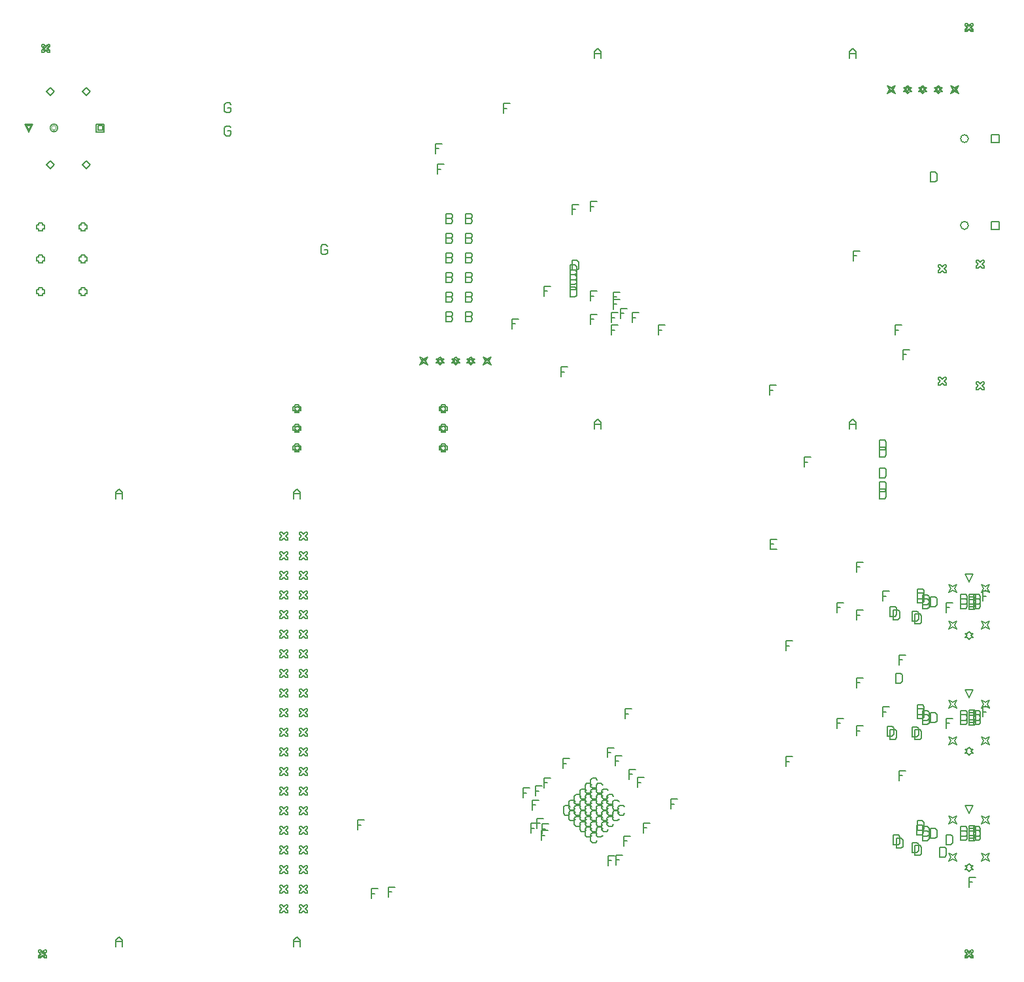
<source format=gbr>
%TF.GenerationSoftware,Altium Limited,Altium Designer,22.2.1 (43)*%
G04 Layer_Color=2752767*
%FSLAX26Y26*%
%MOIN*%
%TF.SameCoordinates,92DA24ED-A250-4A13-B4DD-B7D196A9CFE6*%
%TF.FilePolarity,Positive*%
%TF.FileFunction,Drawing*%
%TF.Part,Single*%
G01*
G75*
%TA.AperFunction,NonConductor*%
%ADD201C,0.005000*%
%ADD202C,0.006667*%
%ADD203C,0.004000*%
D201*
X6019370Y4876850D02*
Y4916850D01*
X6059370D01*
Y4876850D01*
X6019370D01*
Y5319370D02*
Y5359370D01*
X6059370D01*
Y5319370D01*
X6019370D01*
X5905512Y3080394D02*
X5885512Y3120394D01*
X5925512D01*
X5905512Y3080394D01*
Y2785118D02*
X5915512Y2795118D01*
X5925512D01*
X5915512Y2805118D01*
X5925512Y2815118D01*
X5915512D01*
X5905512Y2825118D01*
X5895512Y2815118D01*
X5885512D01*
X5895512Y2805118D01*
X5885512Y2795118D01*
X5895512D01*
X5905512Y2785118D01*
X5800866Y2838268D02*
X5810866Y2858268D01*
X5800866Y2878268D01*
X5820866Y2868268D01*
X5840866Y2878268D01*
X5830866Y2858268D01*
X5840866Y2838268D01*
X5820866Y2848268D01*
X5800866Y2838268D01*
Y3027244D02*
X5810866Y3047244D01*
X5800866Y3067244D01*
X5820866Y3057244D01*
X5840866Y3067244D01*
X5830866Y3047244D01*
X5840866Y3027244D01*
X5820866Y3037244D01*
X5800866Y3027244D01*
X5970158D02*
X5980158Y3047244D01*
X5970158Y3067244D01*
X5990158Y3057244D01*
X6010158Y3067244D01*
X6000158Y3047244D01*
X6010158Y3027244D01*
X5990158Y3037244D01*
X5970158Y3027244D01*
Y2838268D02*
X5980158Y2858268D01*
X5970158Y2878268D01*
X5990158Y2868268D01*
X6010158Y2878268D01*
X6000158Y2858268D01*
X6010158Y2838268D01*
X5990158Y2848268D01*
X5970158Y2838268D01*
X1377795Y4879764D02*
Y4869764D01*
X1397795D01*
Y4879764D01*
X1407795D01*
Y4899764D01*
X1397795D01*
Y4909764D01*
X1377795D01*
Y4899764D01*
X1367795D01*
Y4879764D01*
X1377795D01*
Y4714409D02*
Y4704409D01*
X1397795D01*
Y4714409D01*
X1407795D01*
Y4734409D01*
X1397795D01*
Y4744409D01*
X1377795D01*
Y4734409D01*
X1367795D01*
Y4714409D01*
X1377795D01*
Y4549055D02*
Y4539055D01*
X1397795D01*
Y4549055D01*
X1407795D01*
Y4569055D01*
X1397795D01*
Y4579055D01*
X1377795D01*
Y4569055D01*
X1367795D01*
Y4549055D01*
X1377795D01*
X1161260Y4879764D02*
Y4869764D01*
X1181260D01*
Y4879764D01*
X1191260D01*
Y4899764D01*
X1181260D01*
Y4909764D01*
X1161260D01*
Y4899764D01*
X1151260D01*
Y4879764D01*
X1161260D01*
Y4714409D02*
Y4704409D01*
X1181260D01*
Y4714409D01*
X1191260D01*
Y4734409D01*
X1181260D01*
Y4744409D01*
X1161260D01*
Y4734409D01*
X1151260D01*
Y4714409D01*
X1161260D01*
Y4549055D02*
Y4539055D01*
X1181260D01*
Y4549055D01*
X1191260D01*
Y4569055D01*
X1181260D01*
Y4579055D01*
X1161260D01*
Y4569055D01*
X1151260D01*
Y4549055D01*
X1161260D01*
X2490866Y1392205D02*
X2500866D01*
X2510866Y1402205D01*
X2520866Y1392205D01*
X2530866D01*
Y1402205D01*
X2520866Y1412205D01*
X2530866Y1422205D01*
Y1432205D01*
X2520866D01*
X2510866Y1422205D01*
X2500866Y1432205D01*
X2490866D01*
Y1422205D01*
X2500866Y1412205D01*
X2490866Y1402205D01*
Y1392205D01*
X2390866D02*
X2400866D01*
X2410866Y1402205D01*
X2420866Y1392205D01*
X2430866D01*
Y1402205D01*
X2420866Y1412205D01*
X2430866Y1422205D01*
Y1432205D01*
X2420866D01*
X2410866Y1422205D01*
X2400866Y1432205D01*
X2390866D01*
Y1422205D01*
X2400866Y1412205D01*
X2390866Y1402205D01*
Y1392205D01*
X2490866Y1492205D02*
X2500866D01*
X2510866Y1502205D01*
X2520866Y1492205D01*
X2530866D01*
Y1502205D01*
X2520866Y1512205D01*
X2530866Y1522205D01*
Y1532205D01*
X2520866D01*
X2510866Y1522205D01*
X2500866Y1532205D01*
X2490866D01*
Y1522205D01*
X2500866Y1512205D01*
X2490866Y1502205D01*
Y1492205D01*
X2390866D02*
X2400866D01*
X2410866Y1502205D01*
X2420866Y1492205D01*
X2430866D01*
Y1502205D01*
X2420866Y1512205D01*
X2430866Y1522205D01*
Y1532205D01*
X2420866D01*
X2410866Y1522205D01*
X2400866Y1532205D01*
X2390866D01*
Y1522205D01*
X2400866Y1512205D01*
X2390866Y1502205D01*
Y1492205D01*
X2490866Y1592205D02*
X2500866D01*
X2510866Y1602205D01*
X2520866Y1592205D01*
X2530866D01*
Y1602205D01*
X2520866Y1612205D01*
X2530866Y1622205D01*
Y1632205D01*
X2520866D01*
X2510866Y1622205D01*
X2500866Y1632205D01*
X2490866D01*
Y1622205D01*
X2500866Y1612205D01*
X2490866Y1602205D01*
Y1592205D01*
X2390866D02*
X2400866D01*
X2410866Y1602205D01*
X2420866Y1592205D01*
X2430866D01*
Y1602205D01*
X2420866Y1612205D01*
X2430866Y1622205D01*
Y1632205D01*
X2420866D01*
X2410866Y1622205D01*
X2400866Y1632205D01*
X2390866D01*
Y1622205D01*
X2400866Y1612205D01*
X2390866Y1602205D01*
Y1592205D01*
X2490866Y1692205D02*
X2500866D01*
X2510866Y1702205D01*
X2520866Y1692205D01*
X2530866D01*
Y1702205D01*
X2520866Y1712205D01*
X2530866Y1722205D01*
Y1732205D01*
X2520866D01*
X2510866Y1722205D01*
X2500866Y1732205D01*
X2490866D01*
Y1722205D01*
X2500866Y1712205D01*
X2490866Y1702205D01*
Y1692205D01*
X2390866D02*
X2400866D01*
X2410866Y1702205D01*
X2420866Y1692205D01*
X2430866D01*
Y1702205D01*
X2420866Y1712205D01*
X2430866Y1722205D01*
Y1732205D01*
X2420866D01*
X2410866Y1722205D01*
X2400866Y1732205D01*
X2390866D01*
Y1722205D01*
X2400866Y1712205D01*
X2390866Y1702205D01*
Y1692205D01*
X2490866Y1792205D02*
X2500866D01*
X2510866Y1802205D01*
X2520866Y1792205D01*
X2530866D01*
Y1802205D01*
X2520866Y1812205D01*
X2530866Y1822205D01*
Y1832205D01*
X2520866D01*
X2510866Y1822205D01*
X2500866Y1832205D01*
X2490866D01*
Y1822205D01*
X2500866Y1812205D01*
X2490866Y1802205D01*
Y1792205D01*
X2390866D02*
X2400866D01*
X2410866Y1802205D01*
X2420866Y1792205D01*
X2430866D01*
Y1802205D01*
X2420866Y1812205D01*
X2430866Y1822205D01*
Y1832205D01*
X2420866D01*
X2410866Y1822205D01*
X2400866Y1832205D01*
X2390866D01*
Y1822205D01*
X2400866Y1812205D01*
X2390866Y1802205D01*
Y1792205D01*
X2490866Y1892205D02*
X2500866D01*
X2510866Y1902205D01*
X2520866Y1892205D01*
X2530866D01*
Y1902205D01*
X2520866Y1912205D01*
X2530866Y1922205D01*
Y1932205D01*
X2520866D01*
X2510866Y1922205D01*
X2500866Y1932205D01*
X2490866D01*
Y1922205D01*
X2500866Y1912205D01*
X2490866Y1902205D01*
Y1892205D01*
X2390866D02*
X2400866D01*
X2410866Y1902205D01*
X2420866Y1892205D01*
X2430866D01*
Y1902205D01*
X2420866Y1912205D01*
X2430866Y1922205D01*
Y1932205D01*
X2420866D01*
X2410866Y1922205D01*
X2400866Y1932205D01*
X2390866D01*
Y1922205D01*
X2400866Y1912205D01*
X2390866Y1902205D01*
Y1892205D01*
X2490866Y1992205D02*
X2500866D01*
X2510866Y2002205D01*
X2520866Y1992205D01*
X2530866D01*
Y2002205D01*
X2520866Y2012205D01*
X2530866Y2022205D01*
Y2032205D01*
X2520866D01*
X2510866Y2022205D01*
X2500866Y2032205D01*
X2490866D01*
Y2022205D01*
X2500866Y2012205D01*
X2490866Y2002205D01*
Y1992205D01*
X2390866D02*
X2400866D01*
X2410866Y2002205D01*
X2420866Y1992205D01*
X2430866D01*
Y2002205D01*
X2420866Y2012205D01*
X2430866Y2022205D01*
Y2032205D01*
X2420866D01*
X2410866Y2022205D01*
X2400866Y2032205D01*
X2390866D01*
Y2022205D01*
X2400866Y2012205D01*
X2390866Y2002205D01*
Y1992205D01*
X2490866Y2092205D02*
X2500866D01*
X2510866Y2102205D01*
X2520866Y2092205D01*
X2530866D01*
Y2102205D01*
X2520866Y2112205D01*
X2530866Y2122205D01*
Y2132205D01*
X2520866D01*
X2510866Y2122205D01*
X2500866Y2132205D01*
X2490866D01*
Y2122205D01*
X2500866Y2112205D01*
X2490866Y2102205D01*
Y2092205D01*
X2390866D02*
X2400866D01*
X2410866Y2102205D01*
X2420866Y2092205D01*
X2430866D01*
Y2102205D01*
X2420866Y2112205D01*
X2430866Y2122205D01*
Y2132205D01*
X2420866D01*
X2410866Y2122205D01*
X2400866Y2132205D01*
X2390866D01*
Y2122205D01*
X2400866Y2112205D01*
X2390866Y2102205D01*
Y2092205D01*
X2490866Y2192205D02*
X2500866D01*
X2510866Y2202205D01*
X2520866Y2192205D01*
X2530866D01*
Y2202205D01*
X2520866Y2212205D01*
X2530866Y2222205D01*
Y2232205D01*
X2520866D01*
X2510866Y2222205D01*
X2500866Y2232205D01*
X2490866D01*
Y2222205D01*
X2500866Y2212205D01*
X2490866Y2202205D01*
Y2192205D01*
X2390866D02*
X2400866D01*
X2410866Y2202205D01*
X2420866Y2192205D01*
X2430866D01*
Y2202205D01*
X2420866Y2212205D01*
X2430866Y2222205D01*
Y2232205D01*
X2420866D01*
X2410866Y2222205D01*
X2400866Y2232205D01*
X2390866D01*
Y2222205D01*
X2400866Y2212205D01*
X2390866Y2202205D01*
Y2192205D01*
X2490866Y2292205D02*
X2500866D01*
X2510866Y2302205D01*
X2520866Y2292205D01*
X2530866D01*
Y2302205D01*
X2520866Y2312205D01*
X2530866Y2322205D01*
Y2332205D01*
X2520866D01*
X2510866Y2322205D01*
X2500866Y2332205D01*
X2490866D01*
Y2322205D01*
X2500866Y2312205D01*
X2490866Y2302205D01*
Y2292205D01*
X2390866D02*
X2400866D01*
X2410866Y2302205D01*
X2420866Y2292205D01*
X2430866D01*
Y2302205D01*
X2420866Y2312205D01*
X2430866Y2322205D01*
Y2332205D01*
X2420866D01*
X2410866Y2322205D01*
X2400866Y2332205D01*
X2390866D01*
Y2322205D01*
X2400866Y2312205D01*
X2390866Y2302205D01*
Y2292205D01*
X2490866Y2392205D02*
X2500866D01*
X2510866Y2402205D01*
X2520866Y2392205D01*
X2530866D01*
Y2402205D01*
X2520866Y2412205D01*
X2530866Y2422205D01*
Y2432205D01*
X2520866D01*
X2510866Y2422205D01*
X2500866Y2432205D01*
X2490866D01*
Y2422205D01*
X2500866Y2412205D01*
X2490866Y2402205D01*
Y2392205D01*
X2390866D02*
X2400866D01*
X2410866Y2402205D01*
X2420866Y2392205D01*
X2430866D01*
Y2402205D01*
X2420866Y2412205D01*
X2430866Y2422205D01*
Y2432205D01*
X2420866D01*
X2410866Y2422205D01*
X2400866Y2432205D01*
X2390866D01*
Y2422205D01*
X2400866Y2412205D01*
X2390866Y2402205D01*
Y2392205D01*
X2490866Y2492205D02*
X2500866D01*
X2510866Y2502205D01*
X2520866Y2492205D01*
X2530866D01*
Y2502205D01*
X2520866Y2512205D01*
X2530866Y2522205D01*
Y2532205D01*
X2520866D01*
X2510866Y2522205D01*
X2500866Y2532205D01*
X2490866D01*
Y2522205D01*
X2500866Y2512205D01*
X2490866Y2502205D01*
Y2492205D01*
X2390866D02*
X2400866D01*
X2410866Y2502205D01*
X2420866Y2492205D01*
X2430866D01*
Y2502205D01*
X2420866Y2512205D01*
X2430866Y2522205D01*
Y2532205D01*
X2420866D01*
X2410866Y2522205D01*
X2400866Y2532205D01*
X2390866D01*
Y2522205D01*
X2400866Y2512205D01*
X2390866Y2502205D01*
Y2492205D01*
X2490866Y2592205D02*
X2500866D01*
X2510866Y2602205D01*
X2520866Y2592205D01*
X2530866D01*
Y2602205D01*
X2520866Y2612205D01*
X2530866Y2622205D01*
Y2632205D01*
X2520866D01*
X2510866Y2622205D01*
X2500866Y2632205D01*
X2490866D01*
Y2622205D01*
X2500866Y2612205D01*
X2490866Y2602205D01*
Y2592205D01*
X2390866D02*
X2400866D01*
X2410866Y2602205D01*
X2420866Y2592205D01*
X2430866D01*
Y2602205D01*
X2420866Y2612205D01*
X2430866Y2622205D01*
Y2632205D01*
X2420866D01*
X2410866Y2622205D01*
X2400866Y2632205D01*
X2390866D01*
Y2622205D01*
X2400866Y2612205D01*
X2390866Y2602205D01*
Y2592205D01*
X2490866Y2692205D02*
X2500866D01*
X2510866Y2702205D01*
X2520866Y2692205D01*
X2530866D01*
Y2702205D01*
X2520866Y2712205D01*
X2530866Y2722205D01*
Y2732205D01*
X2520866D01*
X2510866Y2722205D01*
X2500866Y2732205D01*
X2490866D01*
Y2722205D01*
X2500866Y2712205D01*
X2490866Y2702205D01*
Y2692205D01*
X2390866D02*
X2400866D01*
X2410866Y2702205D01*
X2420866Y2692205D01*
X2430866D01*
Y2702205D01*
X2420866Y2712205D01*
X2430866Y2722205D01*
Y2732205D01*
X2420866D01*
X2410866Y2722205D01*
X2400866Y2732205D01*
X2390866D01*
Y2722205D01*
X2400866Y2712205D01*
X2390866Y2702205D01*
Y2692205D01*
X2490866Y2792205D02*
X2500866D01*
X2510866Y2802205D01*
X2520866Y2792205D01*
X2530866D01*
Y2802205D01*
X2520866Y2812205D01*
X2530866Y2822205D01*
Y2832205D01*
X2520866D01*
X2510866Y2822205D01*
X2500866Y2832205D01*
X2490866D01*
Y2822205D01*
X2500866Y2812205D01*
X2490866Y2802205D01*
Y2792205D01*
X2390866D02*
X2400866D01*
X2410866Y2802205D01*
X2420866Y2792205D01*
X2430866D01*
Y2802205D01*
X2420866Y2812205D01*
X2430866Y2822205D01*
Y2832205D01*
X2420866D01*
X2410866Y2822205D01*
X2400866Y2832205D01*
X2390866D01*
Y2822205D01*
X2400866Y2812205D01*
X2390866Y2802205D01*
Y2792205D01*
X2490866Y2892205D02*
X2500866D01*
X2510866Y2902205D01*
X2520866Y2892205D01*
X2530866D01*
Y2902205D01*
X2520866Y2912205D01*
X2530866Y2922205D01*
Y2932205D01*
X2520866D01*
X2510866Y2922205D01*
X2500866Y2932205D01*
X2490866D01*
Y2922205D01*
X2500866Y2912205D01*
X2490866Y2902205D01*
Y2892205D01*
X2390866D02*
X2400866D01*
X2410866Y2902205D01*
X2420866Y2892205D01*
X2430866D01*
Y2902205D01*
X2420866Y2912205D01*
X2430866Y2922205D01*
Y2932205D01*
X2420866D01*
X2410866Y2922205D01*
X2400866Y2932205D01*
X2390866D01*
Y2922205D01*
X2400866Y2912205D01*
X2390866Y2902205D01*
Y2892205D01*
X2490866Y2992205D02*
X2500866D01*
X2510866Y3002205D01*
X2520866Y2992205D01*
X2530866D01*
Y3002205D01*
X2520866Y3012205D01*
X2530866Y3022205D01*
Y3032205D01*
X2520866D01*
X2510866Y3022205D01*
X2500866Y3032205D01*
X2490866D01*
Y3022205D01*
X2500866Y3012205D01*
X2490866Y3002205D01*
Y2992205D01*
X2390866D02*
X2400866D01*
X2410866Y3002205D01*
X2420866Y2992205D01*
X2430866D01*
Y3002205D01*
X2420866Y3012205D01*
X2430866Y3022205D01*
Y3032205D01*
X2420866D01*
X2410866Y3022205D01*
X2400866Y3032205D01*
X2390866D01*
Y3022205D01*
X2400866Y3012205D01*
X2390866Y3002205D01*
Y2992205D01*
X2490866Y3092205D02*
X2500866D01*
X2510866Y3102205D01*
X2520866Y3092205D01*
X2530866D01*
Y3102205D01*
X2520866Y3112205D01*
X2530866Y3122205D01*
Y3132205D01*
X2520866D01*
X2510866Y3122205D01*
X2500866Y3132205D01*
X2490866D01*
Y3122205D01*
X2500866Y3112205D01*
X2490866Y3102205D01*
Y3092205D01*
X2390866D02*
X2400866D01*
X2410866Y3102205D01*
X2420866Y3092205D01*
X2430866D01*
Y3102205D01*
X2420866Y3112205D01*
X2430866Y3122205D01*
Y3132205D01*
X2420866D01*
X2410866Y3122205D01*
X2400866Y3132205D01*
X2390866D01*
Y3122205D01*
X2400866Y3112205D01*
X2390866Y3102205D01*
Y3092205D01*
X2490866Y3192205D02*
X2500866D01*
X2510866Y3202205D01*
X2520866Y3192205D01*
X2530866D01*
Y3202205D01*
X2520866Y3212205D01*
X2530866Y3222205D01*
Y3232205D01*
X2520866D01*
X2510866Y3222205D01*
X2500866Y3232205D01*
X2490866D01*
Y3222205D01*
X2500866Y3212205D01*
X2490866Y3202205D01*
Y3192205D01*
X2390866D02*
X2400866D01*
X2410866Y3202205D01*
X2420866Y3192205D01*
X2430866D01*
Y3202205D01*
X2420866Y3212205D01*
X2430866Y3222205D01*
Y3232205D01*
X2420866D01*
X2410866Y3222205D01*
X2400866Y3232205D01*
X2390866D01*
Y3222205D01*
X2400866Y3212205D01*
X2390866Y3202205D01*
Y3192205D01*
X2490866Y3292205D02*
X2500866D01*
X2510866Y3302205D01*
X2520866Y3292205D01*
X2530866D01*
Y3302205D01*
X2520866Y3312205D01*
X2530866Y3322205D01*
Y3332205D01*
X2520866D01*
X2510866Y3322205D01*
X2500866Y3332205D01*
X2490866D01*
Y3322205D01*
X2500866Y3312205D01*
X2490866Y3302205D01*
Y3292205D01*
X2390866D02*
X2400866D01*
X2410866Y3302205D01*
X2420866Y3292205D01*
X2430866D01*
Y3302205D01*
X2420866Y3312205D01*
X2430866Y3322205D01*
Y3332205D01*
X2420866D01*
X2410866Y3322205D01*
X2400866Y3332205D01*
X2390866D01*
Y3322205D01*
X2400866Y3312205D01*
X2390866Y3302205D01*
Y3292205D01*
X1385512Y5206693D02*
X1405512Y5226693D01*
X1425512Y5206693D01*
X1405512Y5186693D01*
X1385512Y5206693D01*
Y5580709D02*
X1405512Y5600709D01*
X1425512Y5580709D01*
X1405512Y5560709D01*
X1385512Y5580709D01*
X1456378Y5373701D02*
Y5413701D01*
X1496378D01*
Y5373701D01*
X1456378D01*
X1464378Y5381701D02*
Y5405701D01*
X1488378D01*
Y5381701D01*
X1464378D01*
X1112205Y5373701D02*
X1092205Y5413701D01*
X1132205D01*
X1112205Y5373701D01*
Y5381701D02*
X1100205Y5405701D01*
X1124205D01*
X1112205Y5381701D01*
X1200472Y5580709D02*
X1220472Y5600709D01*
X1240472Y5580709D01*
X1220472Y5560709D01*
X1200472Y5580709D01*
Y5206693D02*
X1220472Y5226693D01*
X1240472Y5206693D01*
X1220472Y5186693D01*
X1200472Y5206693D01*
X5748032Y5570551D02*
X5758032Y5580551D01*
X5768032D01*
X5758032Y5590551D01*
X5768032Y5600551D01*
X5758032D01*
X5748032Y5610551D01*
X5738032Y5600551D01*
X5728032D01*
X5738032Y5590551D01*
X5728032Y5580551D01*
X5738032D01*
X5748032Y5570551D01*
Y5578551D02*
X5754032Y5584551D01*
X5760032D01*
X5754032Y5590551D01*
X5760032Y5596551D01*
X5754032D01*
X5748032Y5602551D01*
X5742032Y5596551D01*
X5736032D01*
X5742032Y5590551D01*
X5736032Y5584551D01*
X5742032D01*
X5748032Y5578551D01*
X5669291Y5570551D02*
X5679291Y5580551D01*
X5689291D01*
X5679291Y5590551D01*
X5689291Y5600551D01*
X5679291D01*
X5669291Y5610551D01*
X5659291Y5600551D01*
X5649291D01*
X5659291Y5590551D01*
X5649291Y5580551D01*
X5659291D01*
X5669291Y5570551D01*
Y5578551D02*
X5675291Y5584551D01*
X5681291D01*
X5675291Y5590551D01*
X5681291Y5596551D01*
X5675291D01*
X5669291Y5602551D01*
X5663291Y5596551D01*
X5657291D01*
X5663291Y5590551D01*
X5657291Y5584551D01*
X5663291D01*
X5669291Y5578551D01*
X5590551Y5570551D02*
X5600551Y5580551D01*
X5610551D01*
X5600551Y5590551D01*
X5610551Y5600551D01*
X5600551D01*
X5590551Y5610551D01*
X5580551Y5600551D01*
X5570551D01*
X5580551Y5590551D01*
X5570551Y5580551D01*
X5580551D01*
X5590551Y5570551D01*
Y5578551D02*
X5596551Y5584551D01*
X5602551D01*
X5596551Y5590551D01*
X5602551Y5596551D01*
X5596551D01*
X5590551Y5602551D01*
X5584551Y5596551D01*
X5578551D01*
X5584551Y5590551D01*
X5578551Y5584551D01*
X5584551D01*
X5590551Y5578551D01*
X5487874Y5570551D02*
X5497874Y5590551D01*
X5487874Y5610551D01*
X5507874Y5600551D01*
X5527874Y5610551D01*
X5517874Y5590551D01*
X5527874Y5570551D01*
X5507874Y5580551D01*
X5487874Y5570551D01*
X5495874Y5578551D02*
X5501874Y5590551D01*
X5495874Y5602551D01*
X5507874Y5596551D01*
X5519874Y5602551D01*
X5513874Y5590551D01*
X5519874Y5578551D01*
X5507874Y5584551D01*
X5495874Y5578551D01*
X5810709Y5570551D02*
X5820709Y5590551D01*
X5810709Y5610551D01*
X5830709Y5600551D01*
X5850709Y5610551D01*
X5840709Y5590551D01*
X5850709Y5570551D01*
X5830709Y5580551D01*
X5810709Y5570551D01*
X5818709Y5578551D02*
X5824709Y5590551D01*
X5818709Y5602551D01*
X5830709Y5596551D01*
X5842709Y5602551D01*
X5836709Y5590551D01*
X5842709Y5578551D01*
X5830709Y5584551D01*
X5818709Y5578551D01*
X3214409Y3952205D02*
Y3942205D01*
X3234409D01*
Y3952205D01*
X3244409D01*
Y3972205D01*
X3234409D01*
Y3982205D01*
X3214409D01*
Y3972205D01*
X3204409D01*
Y3952205D01*
X3214409D01*
X3218409Y3956205D02*
Y3950205D01*
X3230409D01*
Y3956205D01*
X3236409D01*
Y3968205D01*
X3230409D01*
Y3974205D01*
X3218409D01*
Y3968205D01*
X3212409D01*
Y3956205D01*
X3218409D01*
X3214409Y3852205D02*
Y3842205D01*
X3234409D01*
Y3852205D01*
X3244409D01*
Y3872205D01*
X3234409D01*
Y3882205D01*
X3214409D01*
Y3872205D01*
X3204409D01*
Y3852205D01*
X3214409D01*
X3218409Y3856205D02*
Y3850205D01*
X3230409D01*
Y3856205D01*
X3236409D01*
Y3868205D01*
X3230409D01*
Y3874205D01*
X3218409D01*
Y3868205D01*
X3212409D01*
Y3856205D01*
X3218409D01*
X3214409Y3752205D02*
Y3742205D01*
X3234409D01*
Y3752205D01*
X3244409D01*
Y3772205D01*
X3234409D01*
Y3782205D01*
X3214409D01*
Y3772205D01*
X3204409D01*
Y3752205D01*
X3214409D01*
X3218409Y3756205D02*
Y3750205D01*
X3230409D01*
Y3756205D01*
X3236409D01*
Y3768205D01*
X3230409D01*
Y3774205D01*
X3218409D01*
Y3768205D01*
X3212409D01*
Y3756205D01*
X3218409D01*
X5885512Y5885512D02*
X5895512D01*
X5905512Y5895512D01*
X5915512Y5885512D01*
X5925512D01*
Y5895512D01*
X5915512Y5905512D01*
X5925512Y5915512D01*
Y5925512D01*
X5915512D01*
X5905512Y5915512D01*
X5895512Y5925512D01*
X5885512D01*
Y5915512D01*
X5895512Y5905512D01*
X5885512Y5895512D01*
Y5885512D01*
X5893512Y5893512D02*
X5899512D01*
X5905512Y5899512D01*
X5911512Y5893512D01*
X5917512D01*
Y5899512D01*
X5911512Y5905512D01*
X5917512Y5911512D01*
Y5917512D01*
X5911512D01*
X5905512Y5911512D01*
X5899512Y5917512D01*
X5893512D01*
Y5911512D01*
X5899512Y5905512D01*
X5893512Y5899512D01*
Y5893512D01*
X5940630Y4060709D02*
X5950630D01*
X5960630Y4070709D01*
X5970630Y4060709D01*
X5980630D01*
Y4070709D01*
X5970630Y4080709D01*
X5980630Y4090709D01*
Y4100709D01*
X5970630D01*
X5960630Y4090709D01*
X5950630Y4100709D01*
X5940630D01*
Y4090709D01*
X5950630Y4080709D01*
X5940630Y4070709D01*
Y4060709D01*
X5747717Y4084331D02*
X5757717D01*
X5767717Y4094331D01*
X5777717Y4084331D01*
X5787717D01*
Y4094331D01*
X5777717Y4104331D01*
X5787717Y4114331D01*
Y4124331D01*
X5777717D01*
X5767717Y4114331D01*
X5757717Y4124331D01*
X5747717D01*
Y4114331D01*
X5757717Y4104331D01*
X5747717Y4094331D01*
Y4084331D01*
X5940630Y4678819D02*
X5950630D01*
X5960630Y4688819D01*
X5970630Y4678819D01*
X5980630D01*
Y4688819D01*
X5970630Y4698819D01*
X5980630Y4708819D01*
Y4718819D01*
X5970630D01*
X5960630Y4708819D01*
X5950630Y4718819D01*
X5940630D01*
Y4708819D01*
X5950630Y4698819D01*
X5940630Y4688819D01*
Y4678819D01*
X5747717Y4655197D02*
X5757717D01*
X5767717Y4665197D01*
X5777717Y4655197D01*
X5787717D01*
Y4665197D01*
X5777717Y4675197D01*
X5787717Y4685197D01*
Y4695197D01*
X5777717D01*
X5767717Y4685197D01*
X5757717Y4695197D01*
X5747717D01*
Y4685197D01*
X5757717Y4675197D01*
X5747717Y4665197D01*
Y4655197D01*
X2460630Y3503937D02*
Y3537260D01*
X2477291Y3553921D01*
X2493952Y3537260D01*
Y3503937D01*
Y3528929D01*
X2460630D01*
X3339961Y4456283D02*
Y4406299D01*
X3364952D01*
X3373283Y4414630D01*
Y4422961D01*
X3364952Y4431291D01*
X3339961D01*
X3364952D01*
X3373283Y4439622D01*
Y4447952D01*
X3364952Y4456283D01*
X3339961D01*
X3239961D02*
Y4406299D01*
X3264952D01*
X3273283Y4414630D01*
Y4422961D01*
X3264952Y4431291D01*
X3239961D01*
X3264952D01*
X3273283Y4439622D01*
Y4447952D01*
X3264952Y4456283D01*
X3239961D01*
X5905512Y1899291D02*
X5885512Y1939291D01*
X5925512D01*
X5905512Y1899291D01*
Y1604016D02*
X5915512Y1614016D01*
X5925512D01*
X5915512Y1624016D01*
X5925512Y1634016D01*
X5915512D01*
X5905512Y1644016D01*
X5895512Y1634016D01*
X5885512D01*
X5895512Y1624016D01*
X5885512Y1614016D01*
X5895512D01*
X5905512Y1604016D01*
X5800866Y1657165D02*
X5810866Y1677165D01*
X5800866Y1697165D01*
X5820866Y1687165D01*
X5840866Y1697165D01*
X5830866Y1677165D01*
X5840866Y1657165D01*
X5820866Y1667165D01*
X5800866Y1657165D01*
Y1846142D02*
X5810866Y1866142D01*
X5800866Y1886142D01*
X5820866Y1876142D01*
X5840866Y1886142D01*
X5830866Y1866142D01*
X5840866Y1846142D01*
X5820866Y1856142D01*
X5800866Y1846142D01*
X5970158D02*
X5980158Y1866142D01*
X5970158Y1886142D01*
X5990158Y1876142D01*
X6010158Y1886142D01*
X6000158Y1866142D01*
X6010158Y1846142D01*
X5990158Y1856142D01*
X5970158Y1846142D01*
Y1657165D02*
X5980158Y1677165D01*
X5970158Y1697165D01*
X5990158Y1687165D01*
X6010158Y1697165D01*
X6000158Y1677165D01*
X6010158Y1657165D01*
X5990158Y1667165D01*
X5970158Y1657165D01*
X5905512Y2489843D02*
X5885512Y2529843D01*
X5925512D01*
X5905512Y2489843D01*
Y2194567D02*
X5915512Y2204567D01*
X5925512D01*
X5915512Y2214567D01*
X5925512Y2224567D01*
X5915512D01*
X5905512Y2234567D01*
X5895512Y2224567D01*
X5885512D01*
X5895512Y2214567D01*
X5885512Y2204567D01*
X5895512D01*
X5905512Y2194567D01*
X5800866Y2247716D02*
X5810866Y2267716D01*
X5800866Y2287716D01*
X5820866Y2277716D01*
X5840866Y2287716D01*
X5830866Y2267716D01*
X5840866Y2247716D01*
X5820866Y2257716D01*
X5800866Y2247716D01*
Y2436693D02*
X5810866Y2456693D01*
X5800866Y2476693D01*
X5820866Y2466693D01*
X5840866Y2476693D01*
X5830866Y2456693D01*
X5840866Y2436693D01*
X5820866Y2446693D01*
X5800866Y2436693D01*
X5970158D02*
X5980158Y2456693D01*
X5970158Y2476693D01*
X5990158Y2466693D01*
X6010158Y2476693D01*
X6000158Y2456693D01*
X6010158Y2436693D01*
X5990158Y2446693D01*
X5970158Y2436693D01*
Y2247716D02*
X5980158Y2267716D01*
X5970158Y2287716D01*
X5990158Y2277716D01*
X6010158Y2287716D01*
X6000158Y2267716D01*
X6010158Y2247716D01*
X5990158Y2257716D01*
X5970158Y2247716D01*
X3339961Y4856283D02*
Y4806299D01*
X3364952D01*
X3373283Y4814630D01*
Y4822961D01*
X3364952Y4831291D01*
X3339961D01*
X3364952D01*
X3373283Y4839622D01*
Y4847952D01*
X3364952Y4856283D01*
X3339961D01*
X3239961D02*
Y4806299D01*
X3264952D01*
X3273283Y4814630D01*
Y4822961D01*
X3264952Y4831291D01*
X3239961D01*
X3264952D01*
X3273283Y4839622D01*
Y4847952D01*
X3264952Y4856283D01*
X3239961D01*
Y4956283D02*
Y4906299D01*
X3264952D01*
X3273283Y4914630D01*
Y4922961D01*
X3264952Y4931291D01*
X3239961D01*
X3264952D01*
X3273283Y4939622D01*
Y4947952D01*
X3264952Y4956283D01*
X3239961D01*
X3339961D02*
Y4906299D01*
X3364952D01*
X3373283Y4914630D01*
Y4922961D01*
X3364952Y4931291D01*
X3339961D01*
X3364952D01*
X3373283Y4939622D01*
Y4947952D01*
X3364952Y4956283D01*
X3339961D01*
Y4756283D02*
Y4706299D01*
X3364952D01*
X3373283Y4714630D01*
Y4722961D01*
X3364952Y4731291D01*
X3339961D01*
X3364952D01*
X3373283Y4739622D01*
Y4747952D01*
X3364952Y4756283D01*
X3339961D01*
X3239961D02*
Y4706299D01*
X3264952D01*
X3273283Y4714630D01*
Y4722961D01*
X3264952Y4731291D01*
X3239961D01*
X3264952D01*
X3273283Y4739622D01*
Y4747952D01*
X3264952Y4756283D01*
X3239961D01*
X3339961Y4656283D02*
Y4606299D01*
X3364952D01*
X3373283Y4614630D01*
Y4622961D01*
X3364952Y4631291D01*
X3339961D01*
X3364952D01*
X3373283Y4639622D01*
Y4647952D01*
X3364952Y4656283D01*
X3339961D01*
X3239961D02*
Y4606299D01*
X3264952D01*
X3273283Y4614630D01*
Y4622961D01*
X3264952Y4631291D01*
X3239961D01*
X3264952D01*
X3273283Y4639622D01*
Y4647952D01*
X3264952Y4656283D01*
X3239961D01*
X3339961Y4556283D02*
Y4506299D01*
X3364952D01*
X3373283Y4514630D01*
Y4522961D01*
X3364952Y4531291D01*
X3339961D01*
X3364952D01*
X3373283Y4539622D01*
Y4547952D01*
X3364952Y4556283D01*
X3339961D01*
X3239961D02*
Y4506299D01*
X3264952D01*
X3273283Y4514630D01*
Y4522961D01*
X3264952Y4531291D01*
X3239961D01*
X3264952D01*
X3273283Y4539622D01*
Y4547952D01*
X3264952Y4556283D01*
X3239961D01*
X3208661Y4184724D02*
X3218661Y4194724D01*
X3228661D01*
X3218661Y4204724D01*
X3228661Y4214724D01*
X3218661D01*
X3208661Y4224724D01*
X3198661Y4214724D01*
X3188661D01*
X3198661Y4204724D01*
X3188661Y4194724D01*
X3198661D01*
X3208661Y4184724D01*
Y4192724D02*
X3214661Y4198724D01*
X3220661D01*
X3214661Y4204724D01*
X3220661Y4210724D01*
X3214661D01*
X3208661Y4216724D01*
X3202661Y4210724D01*
X3196661D01*
X3202661Y4204724D01*
X3196661Y4198724D01*
X3202661D01*
X3208661Y4192724D01*
X3287402Y4184724D02*
X3297402Y4194724D01*
X3307402D01*
X3297402Y4204724D01*
X3307402Y4214724D01*
X3297402D01*
X3287402Y4224724D01*
X3277402Y4214724D01*
X3267402D01*
X3277402Y4204724D01*
X3267402Y4194724D01*
X3277402D01*
X3287402Y4184724D01*
Y4192724D02*
X3293402Y4198724D01*
X3299402D01*
X3293402Y4204724D01*
X3299402Y4210724D01*
X3293402D01*
X3287402Y4216724D01*
X3281402Y4210724D01*
X3275402D01*
X3281402Y4204724D01*
X3275402Y4198724D01*
X3281402D01*
X3287402Y4192724D01*
X3366142Y4184724D02*
X3376142Y4194724D01*
X3386142D01*
X3376142Y4204724D01*
X3386142Y4214724D01*
X3376142D01*
X3366142Y4224724D01*
X3356142Y4214724D01*
X3346142D01*
X3356142Y4204724D01*
X3346142Y4194724D01*
X3356142D01*
X3366142Y4184724D01*
Y4192724D02*
X3372142Y4198724D01*
X3378142D01*
X3372142Y4204724D01*
X3378142Y4210724D01*
X3372142D01*
X3366142Y4216724D01*
X3360142Y4210724D01*
X3354142D01*
X3360142Y4204724D01*
X3354142Y4198724D01*
X3360142D01*
X3366142Y4192724D01*
X3428819Y4184724D02*
X3438819Y4204724D01*
X3428819Y4224724D01*
X3448819Y4214724D01*
X3468819Y4224724D01*
X3458819Y4204724D01*
X3468819Y4184724D01*
X3448819Y4194724D01*
X3428819Y4184724D01*
X3436819Y4192724D02*
X3442819Y4204724D01*
X3436819Y4216724D01*
X3448819Y4210724D01*
X3460819Y4216724D01*
X3454819Y4204724D01*
X3460819Y4192724D01*
X3448819Y4198724D01*
X3436819Y4192724D01*
X3105984Y4184724D02*
X3115984Y4204724D01*
X3105984Y4224724D01*
X3125984Y4214724D01*
X3145984Y4224724D01*
X3135984Y4204724D01*
X3145984Y4184724D01*
X3125984Y4194724D01*
X3105984Y4184724D01*
X3113984Y4192724D02*
X3119984Y4204724D01*
X3113984Y4216724D01*
X3125984Y4210724D01*
X3137984Y4216724D01*
X3131984Y4204724D01*
X3137984Y4192724D01*
X3125984Y4198724D01*
X3113984Y4192724D01*
X1161102Y1161102D02*
X1171102D01*
X1181102Y1171102D01*
X1191102Y1161102D01*
X1201102D01*
Y1171102D01*
X1191102Y1181102D01*
X1201102Y1191102D01*
Y1201102D01*
X1191102D01*
X1181102Y1191102D01*
X1171102Y1201102D01*
X1161102D01*
Y1191102D01*
X1171102Y1181102D01*
X1161102Y1171102D01*
Y1161102D01*
X1169102Y1169102D02*
X1175102D01*
X1181102Y1175102D01*
X1187102Y1169102D01*
X1193102D01*
Y1175102D01*
X1187102Y1181102D01*
X1193102Y1187102D01*
Y1193102D01*
X1187102D01*
X1181102Y1187102D01*
X1175102Y1193102D01*
X1169102D01*
Y1187102D01*
X1175102Y1181102D01*
X1169102Y1175102D01*
Y1169102D01*
X1180000Y5780000D02*
X1190000D01*
X1200000Y5790000D01*
X1210000Y5780000D01*
X1220000D01*
Y5790000D01*
X1210000Y5800000D01*
X1220000Y5810000D01*
Y5820000D01*
X1210000D01*
X1200000Y5810000D01*
X1190000Y5820000D01*
X1180000D01*
Y5810000D01*
X1190000Y5800000D01*
X1180000Y5790000D01*
Y5780000D01*
X1188000Y5788000D02*
X1194000D01*
X1200000Y5794000D01*
X1206000Y5788000D01*
X1212000D01*
Y5794000D01*
X1206000Y5800000D01*
X1212000Y5806000D01*
Y5812000D01*
X1206000D01*
X1200000Y5806000D01*
X1194000Y5812000D01*
X1188000D01*
Y5806000D01*
X1194000Y5800000D01*
X1188000Y5794000D01*
Y5788000D01*
X5885512Y1161102D02*
X5895512D01*
X5905512Y1171102D01*
X5915512Y1161102D01*
X5925512D01*
Y1171102D01*
X5915512Y1181102D01*
X5925512Y1191102D01*
Y1201102D01*
X5915512D01*
X5905512Y1191102D01*
X5895512Y1201102D01*
X5885512D01*
Y1191102D01*
X5895512Y1181102D01*
X5885512Y1171102D01*
Y1161102D01*
X5893512Y1169102D02*
X5899512D01*
X5905512Y1175102D01*
X5911512Y1169102D01*
X5917512D01*
Y1175102D01*
X5911512Y1181102D01*
X5917512Y1187102D01*
Y1193102D01*
X5911512D01*
X5905512Y1187102D01*
X5899512Y1193102D01*
X5893512D01*
Y1187102D01*
X5899512Y1181102D01*
X5893512Y1175102D01*
Y1169102D01*
X2470315Y3952205D02*
Y3942205D01*
X2490315D01*
Y3952205D01*
X2500315D01*
Y3972205D01*
X2490315D01*
Y3982205D01*
X2470315D01*
Y3972205D01*
X2460315D01*
Y3952205D01*
X2470315D01*
X2474315Y3956205D02*
Y3950205D01*
X2486315D01*
Y3956205D01*
X2492315D01*
Y3968205D01*
X2486315D01*
Y3974205D01*
X2474315D01*
Y3968205D01*
X2468315D01*
Y3956205D01*
X2474315D01*
X2470315Y3852205D02*
Y3842205D01*
X2490315D01*
Y3852205D01*
X2500315D01*
Y3872205D01*
X2490315D01*
Y3882205D01*
X2470315D01*
Y3872205D01*
X2460315D01*
Y3852205D01*
X2470315D01*
X2474315Y3856205D02*
Y3850205D01*
X2486315D01*
Y3856205D01*
X2492315D01*
Y3868205D01*
X2486315D01*
Y3874205D01*
X2474315D01*
Y3868205D01*
X2468315D01*
Y3856205D01*
X2474315D01*
X2470315Y3752205D02*
Y3742205D01*
X2490315D01*
Y3752205D01*
X2500315D01*
Y3772205D01*
X2490315D01*
Y3782205D01*
X2470315D01*
Y3772205D01*
X2460315D01*
Y3752205D01*
X2470315D01*
X2474315Y3756205D02*
Y3750205D01*
X2486315D01*
Y3756205D01*
X2492315D01*
Y3768205D01*
X2486315D01*
Y3774205D01*
X2474315D01*
Y3768205D01*
X2468315D01*
Y3756205D01*
X2474315D01*
X3996063Y3858268D02*
Y3891590D01*
X4012724Y3908251D01*
X4029386Y3891590D01*
Y3858268D01*
Y3883260D01*
X3996063D01*
X5295276Y3858268D02*
Y3891590D01*
X5311937Y3908251D01*
X5328598Y3891590D01*
Y3858268D01*
Y3883260D01*
X5295276D01*
X3996063Y5748032D02*
Y5781354D01*
X4012724Y5798015D01*
X4029386Y5781354D01*
Y5748032D01*
Y5773023D01*
X3996063D01*
X5295276Y5748032D02*
Y5781354D01*
X5311937Y5798015D01*
X5328598Y5781354D01*
Y5748032D01*
Y5773023D01*
X5295276D01*
X1555118Y3503937D02*
Y3537260D01*
X1571779Y3553921D01*
X1588441Y3537260D01*
Y3503937D01*
Y3528929D01*
X1555118D01*
X2460630Y1220472D02*
Y1253795D01*
X2477291Y1270456D01*
X2493952Y1253795D01*
Y1220472D01*
Y1245464D01*
X2460630D01*
X1555118Y1220472D02*
Y1253795D01*
X1571779Y1270456D01*
X1588441Y1253795D01*
Y1220472D01*
Y1245464D01*
X1555118D01*
X3954023Y2014934D02*
X3945692Y2023264D01*
X3929031D01*
X3920700Y2014934D01*
Y1981611D01*
X3929031Y1973280D01*
X3945692D01*
X3954023Y1981611D01*
X3981862Y2042772D02*
X3973531Y2051103D01*
X3956870D01*
X3948539Y2042772D01*
Y2009450D01*
X3956870Y2001119D01*
X3973531D01*
X3981862Y2009450D01*
X4009701Y2070611D02*
X4001370Y2078942D01*
X3984709D01*
X3976378Y2070611D01*
Y2037289D01*
X3984709Y2028958D01*
X4001370D01*
X4009701Y2037289D01*
X4037539Y2042772D02*
X4029209Y2051103D01*
X4012548D01*
X4004217Y2042772D01*
Y2009450D01*
X4012548Y2001119D01*
X4029209D01*
X4037539Y2009450D01*
X4009701Y2014934D02*
X4001370Y2023264D01*
X3984709D01*
X3976378Y2014934D01*
Y1981611D01*
X3984709Y1973280D01*
X4001370D01*
X4009701Y1981611D01*
X3981862Y1987095D02*
X3973531Y1995425D01*
X3956870D01*
X3948539Y1987095D01*
Y1953772D01*
X3956870Y1945441D01*
X3973531D01*
X3981862Y1953772D01*
X4148895Y1931417D02*
X4140564Y1939748D01*
X4123903D01*
X4115572Y1931417D01*
Y1898094D01*
X4123903Y1889764D01*
X4140564D01*
X4148895Y1898094D01*
X4121056Y1903578D02*
X4112725Y1911909D01*
X4096064D01*
X4087733Y1903578D01*
Y1870255D01*
X4096064Y1861925D01*
X4112725D01*
X4121056Y1870255D01*
X4093217Y1875739D02*
X4084886Y1884070D01*
X4068225D01*
X4059894Y1875739D01*
Y1842417D01*
X4068225Y1834086D01*
X4084886D01*
X4093217Y1842417D01*
X4121056Y1959256D02*
X4112725Y1967586D01*
X4096064D01*
X4087733Y1959256D01*
Y1925933D01*
X4096064Y1917603D01*
X4112725D01*
X4121056Y1925933D01*
X4093217Y1931417D02*
X4084886Y1939748D01*
X4068225D01*
X4059894Y1931417D01*
Y1898094D01*
X4068225Y1889764D01*
X4084886D01*
X4093217Y1898094D01*
X4065378Y1903578D02*
X4057048Y1911909D01*
X4040386D01*
X4032056Y1903578D01*
Y1870255D01*
X4040386Y1861925D01*
X4057048D01*
X4065378Y1870255D01*
X4093217Y1987095D02*
X4084886Y1995425D01*
X4068225D01*
X4059894Y1987095D01*
Y1953772D01*
X4068225Y1945441D01*
X4084886D01*
X4093217Y1953772D01*
X4065378Y1959256D02*
X4057048Y1967586D01*
X4040386D01*
X4032056Y1959256D01*
Y1925933D01*
X4040386Y1917603D01*
X4057048D01*
X4065378Y1925933D01*
X4037539Y1931417D02*
X4029209Y1939748D01*
X4012547D01*
X4004217Y1931417D01*
Y1898094D01*
X4012547Y1889764D01*
X4029209D01*
X4037539Y1898094D01*
X4065378Y2014934D02*
X4057048Y2023264D01*
X4040386D01*
X4032056Y2014934D01*
Y1981611D01*
X4040386Y1973280D01*
X4057048D01*
X4065378Y1981611D01*
X4037539Y1987095D02*
X4029209Y1995425D01*
X4012548D01*
X4004217Y1987095D01*
Y1953772D01*
X4012548Y1945441D01*
X4029209D01*
X4037539Y1953772D01*
X4009701Y1959256D02*
X4001370Y1967586D01*
X3984709D01*
X3976378Y1959256D01*
Y1925933D01*
X3984709Y1917603D01*
X4001370D01*
X4009701Y1925933D01*
X4065378Y1847900D02*
X4057048Y1856231D01*
X4040386D01*
X4032056Y1847900D01*
Y1814578D01*
X4040386Y1806247D01*
X4057048D01*
X4065378Y1814578D01*
X4037539Y1820062D02*
X4029209Y1828392D01*
X4012548D01*
X4004217Y1820062D01*
Y1786739D01*
X4012548Y1778408D01*
X4029209D01*
X4037539Y1786739D01*
X4009701Y1792223D02*
X4001370Y1800553D01*
X3984709D01*
X3976378Y1792223D01*
Y1758900D01*
X3984709Y1750570D01*
X4001370D01*
X4009701Y1758900D01*
X3981862Y1820062D02*
X3973531Y1828392D01*
X3956870D01*
X3948539Y1820062D01*
Y1786739D01*
X3956870Y1778408D01*
X3973531D01*
X3981862Y1786739D01*
X4009701Y1847900D02*
X4001370Y1856231D01*
X3984709D01*
X3976378Y1847900D01*
Y1814578D01*
X3984709Y1806247D01*
X4001370D01*
X4009701Y1814578D01*
X4037539Y1875739D02*
X4029209Y1884070D01*
X4012548D01*
X4004217Y1875739D01*
Y1842417D01*
X4012548Y1834086D01*
X4029209D01*
X4037539Y1842417D01*
X3870506Y1931417D02*
X3862176Y1939748D01*
X3845514D01*
X3837184Y1931417D01*
Y1898094D01*
X3845514Y1889764D01*
X3862176D01*
X3870506Y1898094D01*
X3898345Y1959256D02*
X3890015Y1967586D01*
X3873353D01*
X3865023Y1959256D01*
Y1925933D01*
X3873353Y1917603D01*
X3890015D01*
X3898345Y1925933D01*
X3926184Y1987095D02*
X3917853Y1995425D01*
X3901192D01*
X3892861Y1987095D01*
Y1953772D01*
X3901192Y1945441D01*
X3917853D01*
X3926184Y1953772D01*
X3898345Y1903578D02*
X3890015Y1911909D01*
X3873353D01*
X3865023Y1903578D01*
Y1870255D01*
X3873353Y1861925D01*
X3890015D01*
X3898345Y1870255D01*
X3926184Y1931417D02*
X3917853Y1939748D01*
X3901192D01*
X3892861Y1931417D01*
Y1898094D01*
X3901192Y1889764D01*
X3917853D01*
X3926184Y1898094D01*
X3954023Y1959256D02*
X3945692Y1967586D01*
X3929031D01*
X3920700Y1959256D01*
Y1925933D01*
X3929031Y1917603D01*
X3945692D01*
X3954023Y1925933D01*
X3926184Y1875739D02*
X3917853Y1884070D01*
X3901192D01*
X3892861Y1875739D01*
Y1842417D01*
X3901192Y1834086D01*
X3917853D01*
X3926184Y1842417D01*
X3954023Y1903578D02*
X3945692Y1911909D01*
X3929031D01*
X3920700Y1903578D01*
Y1870255D01*
X3929031Y1861925D01*
X3945692D01*
X3954023Y1870255D01*
X3981862Y1931417D02*
X3973531Y1939748D01*
X3956870D01*
X3948539Y1931417D01*
Y1898094D01*
X3956870Y1889764D01*
X3973531D01*
X3981862Y1898094D01*
X3954023Y1847900D02*
X3945692Y1856231D01*
X3929031D01*
X3920700Y1847900D01*
Y1814578D01*
X3929031Y1806247D01*
X3945692D01*
X3954023Y1814578D01*
X3981862Y1875739D02*
X3973531Y1884070D01*
X3956870D01*
X3948539Y1875739D01*
Y1842417D01*
X3956870Y1834086D01*
X3973531D01*
X3981862Y1842417D01*
X4009701Y1903578D02*
X4001370Y1911909D01*
X3984709D01*
X3976378Y1903578D01*
Y1870256D01*
X3984709Y1861925D01*
X4001370D01*
X4009701Y1870256D01*
X5519322Y1788536D02*
Y1738553D01*
X5544314D01*
X5552644Y1746883D01*
Y1780206D01*
X5544314Y1788536D01*
X5519322D01*
X5535329Y1772529D02*
Y1722545D01*
X5560321D01*
X5568652Y1730876D01*
Y1764198D01*
X5560321Y1772529D01*
X5535329D01*
X5487333Y2343162D02*
Y2293179D01*
X5512325D01*
X5520656Y2301509D01*
Y2334832D01*
X5512325Y2343162D01*
X5487333D01*
X5503341Y2327155D02*
Y2277171D01*
X5528333D01*
X5536663Y2285502D01*
Y2318824D01*
X5528333Y2327155D01*
X5503341D01*
X5502097Y2953399D02*
Y2903415D01*
X5527089D01*
X5535420Y2911745D01*
Y2945068D01*
X5527089Y2953399D01*
X5502097D01*
X5518104Y2937391D02*
Y2887407D01*
X5543096D01*
X5551427Y2895738D01*
Y2929061D01*
X5543096Y2937391D01*
X5518104D01*
X5531000Y2612984D02*
Y2563000D01*
X5555992D01*
X5564323Y2571331D01*
Y2604653D01*
X5555992Y2612984D01*
X5531000D01*
X4926323Y3296984D02*
X4893000D01*
Y3247000D01*
X4926323D01*
X4893000Y3271992D02*
X4909661D01*
X3872000Y4645984D02*
Y4596000D01*
X3896992D01*
X3905323Y4604331D01*
Y4637653D01*
X3896992Y4645984D01*
X3872000D01*
X3873000Y4668984D02*
Y4619000D01*
X3897992D01*
X3906323Y4627331D01*
Y4660653D01*
X3897992Y4668984D01*
X3873000D01*
X5863000Y1811007D02*
Y1761024D01*
X5887992D01*
X5896323Y1769354D01*
Y1802677D01*
X5887992Y1811007D01*
X5863000D01*
Y1832598D02*
Y1782614D01*
X5887992D01*
X5896323Y1790945D01*
Y1824267D01*
X5887992Y1832598D01*
X5863000D01*
X5930000Y1811598D02*
Y1761614D01*
X5954992D01*
X5963323Y1769945D01*
Y1803267D01*
X5954992Y1811598D01*
X5930000D01*
Y1832464D02*
Y1782480D01*
X5954992D01*
X5963323Y1790811D01*
Y1824133D01*
X5954992Y1832464D01*
X5930000D01*
X5863000Y2402149D02*
Y2352165D01*
X5887992D01*
X5896323Y2360496D01*
Y2393819D01*
X5887992Y2402149D01*
X5863000D01*
Y2423015D02*
Y2373032D01*
X5887992D01*
X5896323Y2381362D01*
Y2414685D01*
X5887992Y2423015D01*
X5863000D01*
X5930000Y2402149D02*
Y2352165D01*
X5954992D01*
X5963323Y2360496D01*
Y2393819D01*
X5954992Y2402149D01*
X5930000D01*
Y2423015D02*
Y2373032D01*
X5954992D01*
X5963323Y2381362D01*
Y2414685D01*
X5954992Y2423015D01*
X5930000D01*
Y3014472D02*
Y2964488D01*
X5954992D01*
X5963323Y2972819D01*
Y3006141D01*
X5954992Y3014472D01*
X5930000D01*
Y2993763D02*
Y2943780D01*
X5954992D01*
X5963323Y2952110D01*
Y2985433D01*
X5954992Y2993763D01*
X5930000D01*
X5863000Y3014472D02*
Y2964488D01*
X5887992D01*
X5896323Y2972819D01*
Y3006141D01*
X5887992Y3014472D01*
X5863000D01*
Y2993763D02*
Y2943780D01*
X5887992D01*
X5896323Y2952110D01*
Y2985433D01*
X5887992Y2993763D01*
X5863000D01*
X5601323Y4262984D02*
X5568000D01*
Y4237992D01*
X5584661D01*
X5568000D01*
Y4213000D01*
X3228323Y5207984D02*
X3195000D01*
Y5182992D01*
X3211661D01*
X3195000D01*
Y5158000D01*
X3871877Y4694470D02*
Y4644486D01*
X3896869D01*
X3905200Y4652816D01*
Y4686139D01*
X3896869Y4694470D01*
X3871877D01*
X3873648Y4619867D02*
Y4569883D01*
X3898639D01*
X3906970Y4578214D01*
Y4611537D01*
X3898639Y4619867D01*
X3873648D01*
X3871458Y4581689D02*
Y4531705D01*
X3896450D01*
X3904781Y4540036D01*
Y4573358D01*
X3896450Y4581689D01*
X3871458D01*
X2892323Y1515984D02*
X2859000D01*
Y1490992D01*
X2875661D01*
X2859000D01*
Y1466000D01*
X2823323Y1864984D02*
X2790000D01*
Y1839992D01*
X2806661D01*
X2790000D01*
Y1815000D01*
X2979323Y1523984D02*
X2946000D01*
Y1498992D01*
X2962661D01*
X2946000D01*
Y1474000D01*
X5642204Y2431283D02*
Y2381299D01*
X5667195D01*
X5675526Y2389630D01*
Y2422952D01*
X5667195Y2431283D01*
X5642204D01*
Y2452149D02*
Y2402165D01*
X5667195D01*
X5675526Y2410496D01*
Y2443819D01*
X5667195Y2452149D01*
X5642204D01*
X5629331Y1734630D02*
Y1684646D01*
X5654323D01*
X5662653Y1692976D01*
Y1726299D01*
X5654323Y1734630D01*
X5629331D01*
X5614724Y1749787D02*
Y1699803D01*
X5639716D01*
X5648047Y1708134D01*
Y1741456D01*
X5639716Y1749787D01*
X5614724D01*
X5629252Y2325259D02*
Y2275276D01*
X5654244D01*
X5662575Y2283606D01*
Y2316929D01*
X5654244Y2325259D01*
X5629252D01*
X5614803Y2340259D02*
Y2290276D01*
X5639795D01*
X5648126Y2298606D01*
Y2331929D01*
X5639795Y2340259D01*
X5614803D01*
X5668678Y1810614D02*
Y1760630D01*
X5693670D01*
X5702001Y1768960D01*
Y1802283D01*
X5693670Y1810614D01*
X5668678D01*
Y1832661D02*
Y1782677D01*
X5693670D01*
X5702001Y1791008D01*
Y1824330D01*
X5693670Y1832661D01*
X5668678D01*
Y2401952D02*
Y2351968D01*
X5693670D01*
X5702001Y2360299D01*
Y2393622D01*
X5693670Y2401952D01*
X5668678D01*
Y2422818D02*
Y2372835D01*
X5693670D01*
X5702001Y2381165D01*
Y2414488D01*
X5693670Y2422818D01*
X5668678D01*
X5640000Y1839748D02*
Y1789764D01*
X5664992D01*
X5673323Y1798094D01*
Y1831417D01*
X5664992Y1839748D01*
X5640000D01*
X5640986Y1862188D02*
Y1812205D01*
X5665978D01*
X5674309Y1820535D01*
Y1853858D01*
X5665978Y1862188D01*
X5640986D01*
X5668678Y3012779D02*
Y2962795D01*
X5693670D01*
X5702001Y2971126D01*
Y3004448D01*
X5693670Y3012779D01*
X5668678D01*
Y2991913D02*
Y2941929D01*
X5693670D01*
X5702001Y2950260D01*
Y2983582D01*
X5693670Y2991913D01*
X5668678D01*
X5614724Y2930889D02*
Y2880905D01*
X5639716D01*
X5648047Y2889236D01*
Y2922559D01*
X5639716Y2930889D01*
X5614724D01*
X5629331Y2915732D02*
Y2865748D01*
X5654323D01*
X5662653Y2874079D01*
Y2907401D01*
X5654323Y2915732D01*
X5629331D01*
X5642204Y3043094D02*
Y2993110D01*
X5667195D01*
X5675526Y3001441D01*
Y3034763D01*
X5667195Y3043094D01*
X5642204D01*
Y3022228D02*
Y2972244D01*
X5667195D01*
X5675526Y2980575D01*
Y3013897D01*
X5667195Y3022228D01*
X5642204D01*
X3705323Y1847984D02*
X3672000D01*
Y1822992D01*
X3688661D01*
X3672000D01*
Y1798000D01*
X2635323Y4790653D02*
X2626992Y4798984D01*
X2610331D01*
X2602000Y4790653D01*
Y4757331D01*
X2610331Y4749000D01*
X2626992D01*
X2635323Y4757331D01*
Y4773992D01*
X2618661D01*
X4279323Y1850984D02*
X4246000D01*
Y1825992D01*
X4262661D01*
X4246000D01*
Y1801000D01*
X5264323Y2973535D02*
X5231000D01*
Y2948543D01*
X5247661D01*
X5231000D01*
Y2923551D01*
X5264323Y2382984D02*
X5231000D01*
Y2357992D01*
X5247661D01*
X5231000D01*
Y2333000D01*
X3564819Y5518488D02*
X3531496D01*
Y5493496D01*
X3548157D01*
X3531496D01*
Y5468504D01*
X3218362Y5313763D02*
X3185039D01*
Y5288771D01*
X3201701D01*
X3185039D01*
Y5263779D01*
X3735094Y1872818D02*
X3701772D01*
Y1847826D01*
X3718433D01*
X3701772D01*
Y1822835D01*
X5348283Y4766519D02*
X5314961D01*
Y4741527D01*
X5331622D01*
X5314961D01*
Y4716535D01*
X5560882Y4388566D02*
X5527559D01*
Y4363575D01*
X5544220D01*
X5527559D01*
Y4338583D01*
X5938834Y1573606D02*
X5905512D01*
Y1548614D01*
X5922173D01*
X5905512D01*
Y1523622D01*
X5755905Y1727149D02*
Y1677165D01*
X5780897D01*
X5789228Y1685496D01*
Y1718819D01*
X5780897Y1727149D01*
X5755905D01*
X5787402Y1790141D02*
Y1740158D01*
X5812394D01*
X5820724Y1748488D01*
Y1781811D01*
X5812394Y1790141D01*
X5787402D01*
X5100252Y3715338D02*
X5066929D01*
Y3690346D01*
X5083590D01*
X5066929D01*
Y3665354D01*
X4923086Y4081480D02*
X4889764D01*
Y4056488D01*
X4906425D01*
X4889764D01*
Y4031496D01*
X3881890Y4719275D02*
Y4669291D01*
X3906882D01*
X3915212Y4677622D01*
Y4710944D01*
X3906882Y4719275D01*
X3881890D01*
X5448819Y3801952D02*
Y3751968D01*
X5473811D01*
X5482141Y3760299D01*
Y3793622D01*
X5473811Y3801952D01*
X5448819D01*
Y3766519D02*
Y3716535D01*
X5473811D01*
X5482141Y3724866D01*
Y3758189D01*
X5473811Y3766519D01*
X5448819D01*
Y3660220D02*
Y3610236D01*
X5473811D01*
X5482141Y3618567D01*
Y3651889D01*
X5473811Y3660220D01*
X5448819D01*
Y3589354D02*
Y3539370D01*
X5473811D01*
X5482141Y3547701D01*
Y3581023D01*
X5473811Y3589354D01*
X5448819D01*
Y3553921D02*
Y3503937D01*
X5473811D01*
X5482141Y3512268D01*
Y3545590D01*
X5473811Y3553921D01*
X5448819D01*
X5708661Y1821637D02*
Y1771653D01*
X5733653D01*
X5741984Y1779984D01*
Y1813307D01*
X5733653Y1821637D01*
X5708661D01*
Y3002740D02*
Y2952756D01*
X5733653D01*
X5741984Y2961086D01*
Y2994409D01*
X5733653Y3002740D01*
X5708661D01*
Y2412189D02*
Y2362205D01*
X5733653D01*
X5741984Y2370535D01*
Y2403858D01*
X5733653Y2412189D01*
X5708661D01*
Y5168094D02*
Y5118110D01*
X5733653D01*
X5741984Y5126441D01*
Y5159763D01*
X5733653Y5168094D01*
X5708661D01*
X3915212Y5002740D02*
X3881890D01*
Y4977748D01*
X3898551D01*
X3881890D01*
Y4952756D01*
X3772496Y4587385D02*
X3739173D01*
Y4562394D01*
X3755834D01*
X3739173D01*
Y4537402D01*
X3608126Y4420062D02*
X3574803D01*
Y4395071D01*
X3591464D01*
X3574803D01*
Y4370079D01*
X4160456Y4472984D02*
X4127134D01*
Y4447992D01*
X4143795D01*
X4127134D01*
Y4423000D01*
X3860094Y4175968D02*
X3826772D01*
Y4150976D01*
X3843433D01*
X3826772D01*
Y4125984D01*
X4009701Y4443685D02*
X3976378D01*
Y4418693D01*
X3993039D01*
X3976378D01*
Y4393701D01*
X4419149Y1971244D02*
X4385827D01*
Y1946252D01*
X4402488D01*
X4385827D01*
Y1921260D01*
X5364031Y2345260D02*
X5330709D01*
Y2320268D01*
X5347370D01*
X5330709D01*
Y2295276D01*
X5364031Y2935811D02*
X5330709D01*
Y2910819D01*
X5347370D01*
X5330709D01*
Y2885827D01*
X5364031Y3179905D02*
X5330709D01*
Y3154913D01*
X5347370D01*
X5330709D01*
Y3129921D01*
X5364031Y2589354D02*
X5330709D01*
Y2564362D01*
X5347370D01*
X5330709D01*
Y2539370D01*
X5580567Y2116913D02*
X5547244D01*
Y2091921D01*
X5563905D01*
X5547244D01*
Y2066929D01*
X5005764Y2187779D02*
X4972441D01*
Y2162787D01*
X4989102D01*
X4972441D01*
Y2137795D01*
X5005764Y2778330D02*
X4972441D01*
Y2753338D01*
X4989102D01*
X4972441D01*
Y2728347D01*
X5580567Y2707464D02*
X5547244D01*
Y2682472D01*
X5563905D01*
X5547244D01*
Y2657480D01*
X4116000Y4388566D02*
X4082677D01*
Y4363575D01*
X4099338D01*
X4082677D01*
Y4338583D01*
X4356157Y4388566D02*
X4322835D01*
Y4363575D01*
X4339496D01*
X4322835D01*
Y4338583D01*
X4116000Y4451559D02*
X4082677D01*
Y4426567D01*
X4099338D01*
X4082677D01*
Y4401575D01*
X4222299Y4451559D02*
X4188976D01*
Y4426567D01*
X4205638D01*
X4188976D01*
Y4401575D01*
X2143559Y5514094D02*
X2135228Y5522425D01*
X2118567D01*
X2110236Y5514094D01*
Y5480771D01*
X2118567Y5472441D01*
X2135228D01*
X2143559Y5480771D01*
Y5497433D01*
X2126898D01*
X2143559Y5395984D02*
X2135228Y5404315D01*
X2118567D01*
X2110236Y5395984D01*
Y5362661D01*
X2118567Y5354331D01*
X2135228D01*
X2143559Y5362661D01*
Y5379323D01*
X2126898D01*
X4186866Y2431874D02*
X4153543D01*
Y2406882D01*
X4170205D01*
X4153543D01*
Y2381890D01*
X3665212Y2028330D02*
X3631890D01*
Y2003338D01*
X3648551D01*
X3631890D01*
Y1978347D01*
X3710488Y1967307D02*
X3677165D01*
Y1942315D01*
X3693827D01*
X3677165D01*
Y1917323D01*
X3761669Y1845259D02*
X3728347D01*
Y1820267D01*
X3745008D01*
X3728347D01*
Y1795276D01*
X3757401Y1812189D02*
X3724078D01*
Y1787197D01*
X3740740D01*
X3724078D01*
Y1762205D01*
X4100252Y1682937D02*
X4066929D01*
Y1657945D01*
X4083590D01*
X4066929D01*
Y1632953D01*
X4179323Y1783984D02*
X4146000D01*
Y1758992D01*
X4162661D01*
X4146000D01*
Y1734000D01*
X3868223Y2178128D02*
X3834900D01*
Y2153136D01*
X3851561D01*
X3834900D01*
Y2128144D01*
X3770787Y2080692D02*
X3737464D01*
Y2055700D01*
X3754125D01*
X3737464D01*
Y2030708D01*
X3729028Y2038934D02*
X3695706D01*
Y2013942D01*
X3712367D01*
X3695706D01*
Y1988950D01*
X4137259Y1687448D02*
X4103936D01*
Y1662456D01*
X4120598D01*
X4103936D01*
Y1637464D01*
X4248081Y2081226D02*
X4214758D01*
Y2056234D01*
X4231420D01*
X4214758D01*
Y2031242D01*
X4094967Y2234339D02*
X4061645D01*
Y2209347D01*
X4078306D01*
X4061645D01*
Y2184355D01*
X4136725Y2192581D02*
X4103403D01*
Y2167589D01*
X4120064D01*
X4103403D01*
Y2142597D01*
X4206323Y2122984D02*
X4173000D01*
Y2097992D01*
X4189661D01*
X4173000D01*
Y2073000D01*
X5821323Y2974086D02*
X5788000D01*
Y2949094D01*
X5804661D01*
X5788000D01*
Y2924102D01*
X6008323Y3032086D02*
X5975000D01*
Y3007094D01*
X5991661D01*
X5975000D01*
Y2982102D01*
X5497323Y3032535D02*
X5464000D01*
Y3007543D01*
X5480661D01*
X5464000D01*
Y2982551D01*
X5497323Y2441984D02*
X5464000D01*
Y2416992D01*
X5480661D01*
X5464000D01*
Y2392000D01*
X5905512Y1821637D02*
Y1771653D01*
X5930504D01*
X5938834Y1779984D01*
Y1813307D01*
X5930504Y1821637D01*
X5905512D01*
Y1807858D02*
Y1757874D01*
X5930504D01*
X5938834Y1766205D01*
Y1799527D01*
X5930504Y1807858D01*
X5905512D01*
Y1835417D02*
Y1785433D01*
X5930504D01*
X5938834Y1793764D01*
Y1827086D01*
X5930504Y1835417D01*
X5905512D01*
Y3002740D02*
Y2952756D01*
X5930504D01*
X5938834Y2961086D01*
Y2994409D01*
X5930504Y3002740D01*
X5905512D01*
Y2988960D02*
Y2938976D01*
X5930504D01*
X5938834Y2947307D01*
Y2980630D01*
X5930504Y2988960D01*
X5905512D01*
Y3016519D02*
Y2966535D01*
X5930504D01*
X5938834Y2974866D01*
Y3008189D01*
X5930504Y3016519D01*
X5905512D01*
Y2425968D02*
Y2375984D01*
X5930504D01*
X5938834Y2384315D01*
Y2417637D01*
X5930504Y2425968D01*
X5905512D01*
Y2398409D02*
Y2348425D01*
X5930504D01*
X5938834Y2356756D01*
Y2390078D01*
X5930504Y2398409D01*
X5905512D01*
Y2412189D02*
Y2362205D01*
X5930504D01*
X5938834Y2370535D01*
Y2403858D01*
X5930504Y2412189D01*
X5905512D01*
X4125379Y4556213D02*
X4092056D01*
Y4531221D01*
X4108717D01*
X4092056D01*
Y4506229D01*
X4124736Y4519397D02*
X4091413D01*
Y4494405D01*
X4108075D01*
X4091413D01*
Y4469413D01*
X4010323Y4561984D02*
X3977000D01*
Y4536992D01*
X3993661D01*
X3977000D01*
Y4512000D01*
X4009323Y5017984D02*
X3976000D01*
Y4992992D01*
X3992661D01*
X3976000D01*
Y4968000D01*
X6008323Y2441535D02*
X5975000D01*
Y2416543D01*
X5991661D01*
X5975000D01*
Y2391551D01*
X5821323Y2383535D02*
X5788000D01*
Y2358543D01*
X5804661D01*
X5788000D01*
Y2333551D01*
D202*
X5901890Y4896850D02*
G03*
X5901890Y4896850I-20000J0D01*
G01*
Y5339370D02*
G03*
X5901890Y5339370I-20000J0D01*
G01*
X1260158Y5393701D02*
G03*
X1260158Y5393701I-20000J0D01*
G01*
D203*
X1252158D02*
G03*
X1252158Y5393701I-12000J0D01*
G01*
%TF.MD5,dac9872772be0c1a59d73d6b35012776*%
M02*

</source>
